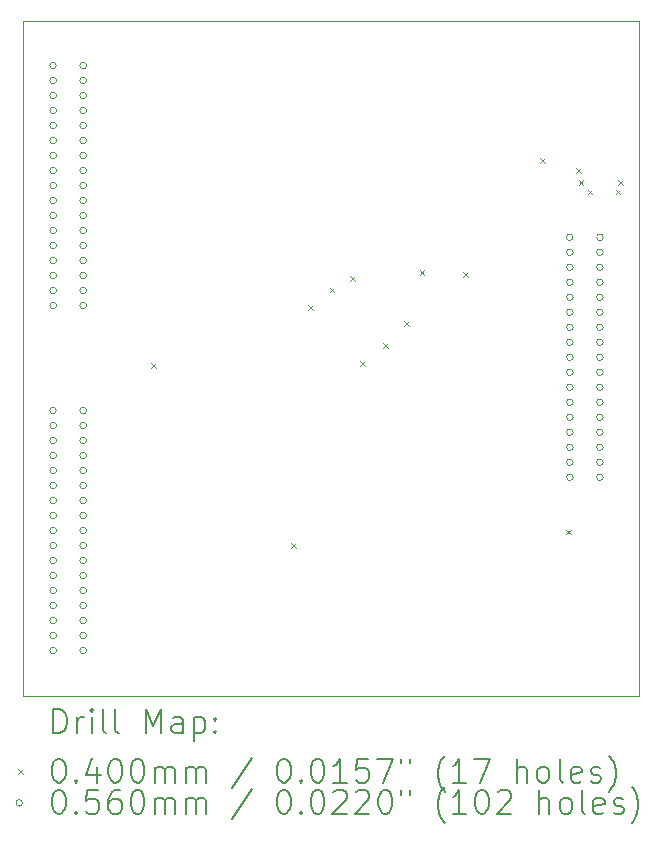
<source format=gbr>
%TF.GenerationSoftware,KiCad,Pcbnew,7.0.7*%
%TF.CreationDate,2023-09-12T10:02:18-04:00*%
%TF.ProjectId,Heater_North_DCT_HSK,48656174-6572-45f4-9e6f-7274685f4443,rev?*%
%TF.SameCoordinates,Original*%
%TF.FileFunction,Drillmap*%
%TF.FilePolarity,Positive*%
%FSLAX45Y45*%
G04 Gerber Fmt 4.5, Leading zero omitted, Abs format (unit mm)*
G04 Created by KiCad (PCBNEW 7.0.7) date 2023-09-12 10:02:18*
%MOMM*%
%LPD*%
G01*
G04 APERTURE LIST*
%ADD10C,0.100000*%
%ADD11C,0.200000*%
%ADD12C,0.040000*%
%ADD13C,0.056000*%
G04 APERTURE END LIST*
D10*
X9144000Y-4699000D02*
X14358000Y-4699000D01*
X14358000Y-10414000D01*
X9144000Y-10414000D01*
X9144000Y-4699000D01*
D11*
D12*
X10230000Y-7600000D02*
X10270000Y-7640000D01*
X10270000Y-7600000D02*
X10230000Y-7640000D01*
X11410000Y-9124000D02*
X11450000Y-9164000D01*
X11450000Y-9124000D02*
X11410000Y-9164000D01*
X11560000Y-7110000D02*
X11600000Y-7150000D01*
X11600000Y-7110000D02*
X11560000Y-7150000D01*
X11740000Y-6960000D02*
X11780000Y-7000000D01*
X11780000Y-6960000D02*
X11740000Y-7000000D01*
X11910000Y-6860000D02*
X11950000Y-6900000D01*
X11950000Y-6860000D02*
X11910000Y-6900000D01*
X12000000Y-7580000D02*
X12040000Y-7620000D01*
X12040000Y-7580000D02*
X12000000Y-7620000D01*
X12190000Y-7430000D02*
X12230000Y-7470000D01*
X12230000Y-7430000D02*
X12190000Y-7470000D01*
X12370000Y-7245400D02*
X12410000Y-7285400D01*
X12410000Y-7245400D02*
X12370000Y-7285400D01*
X12500000Y-6810000D02*
X12540000Y-6850000D01*
X12540000Y-6810000D02*
X12500000Y-6850000D01*
X12870000Y-6830000D02*
X12910000Y-6870000D01*
X12910000Y-6830000D02*
X12870000Y-6870000D01*
X13518200Y-5863650D02*
X13558200Y-5903650D01*
X13558200Y-5863650D02*
X13518200Y-5903650D01*
X13740000Y-9010000D02*
X13780000Y-9050000D01*
X13780000Y-9010000D02*
X13740000Y-9050000D01*
X13823000Y-5949000D02*
X13863000Y-5989000D01*
X13863000Y-5949000D02*
X13823000Y-5989000D01*
X13846977Y-6049372D02*
X13886977Y-6089372D01*
X13886977Y-6049372D02*
X13846977Y-6089372D01*
X13922666Y-6130000D02*
X13962666Y-6170000D01*
X13962666Y-6130000D02*
X13922666Y-6170000D01*
X14160000Y-6130000D02*
X14200000Y-6170000D01*
X14200000Y-6130000D02*
X14160000Y-6170000D01*
X14184650Y-6049372D02*
X14224650Y-6089372D01*
X14224650Y-6049372D02*
X14184650Y-6089372D01*
D13*
X9424984Y-5080000D02*
G75*
G03*
X9424984Y-5080000I-28000J0D01*
G01*
X9424984Y-8001000D02*
G75*
G03*
X9424984Y-8001000I-28000J0D01*
G01*
X9426000Y-5207000D02*
G75*
G03*
X9426000Y-5207000I-28000J0D01*
G01*
X9426000Y-5334000D02*
G75*
G03*
X9426000Y-5334000I-28000J0D01*
G01*
X9426000Y-5461000D02*
G75*
G03*
X9426000Y-5461000I-28000J0D01*
G01*
X9426000Y-5588000D02*
G75*
G03*
X9426000Y-5588000I-28000J0D01*
G01*
X9426000Y-5715000D02*
G75*
G03*
X9426000Y-5715000I-28000J0D01*
G01*
X9426000Y-5842000D02*
G75*
G03*
X9426000Y-5842000I-28000J0D01*
G01*
X9426000Y-5969000D02*
G75*
G03*
X9426000Y-5969000I-28000J0D01*
G01*
X9426000Y-6096000D02*
G75*
G03*
X9426000Y-6096000I-28000J0D01*
G01*
X9426000Y-6223000D02*
G75*
G03*
X9426000Y-6223000I-28000J0D01*
G01*
X9426000Y-6350000D02*
G75*
G03*
X9426000Y-6350000I-28000J0D01*
G01*
X9426000Y-6477000D02*
G75*
G03*
X9426000Y-6477000I-28000J0D01*
G01*
X9426000Y-6604000D02*
G75*
G03*
X9426000Y-6604000I-28000J0D01*
G01*
X9426000Y-6731000D02*
G75*
G03*
X9426000Y-6731000I-28000J0D01*
G01*
X9426000Y-6858000D02*
G75*
G03*
X9426000Y-6858000I-28000J0D01*
G01*
X9426000Y-6985000D02*
G75*
G03*
X9426000Y-6985000I-28000J0D01*
G01*
X9426000Y-7112000D02*
G75*
G03*
X9426000Y-7112000I-28000J0D01*
G01*
X9426000Y-8128000D02*
G75*
G03*
X9426000Y-8128000I-28000J0D01*
G01*
X9426000Y-8255000D02*
G75*
G03*
X9426000Y-8255000I-28000J0D01*
G01*
X9426000Y-8382000D02*
G75*
G03*
X9426000Y-8382000I-28000J0D01*
G01*
X9426000Y-8509000D02*
G75*
G03*
X9426000Y-8509000I-28000J0D01*
G01*
X9426000Y-8636000D02*
G75*
G03*
X9426000Y-8636000I-28000J0D01*
G01*
X9426000Y-8763000D02*
G75*
G03*
X9426000Y-8763000I-28000J0D01*
G01*
X9426000Y-8890000D02*
G75*
G03*
X9426000Y-8890000I-28000J0D01*
G01*
X9426000Y-9017000D02*
G75*
G03*
X9426000Y-9017000I-28000J0D01*
G01*
X9426000Y-9144000D02*
G75*
G03*
X9426000Y-9144000I-28000J0D01*
G01*
X9426000Y-9271000D02*
G75*
G03*
X9426000Y-9271000I-28000J0D01*
G01*
X9426000Y-9398000D02*
G75*
G03*
X9426000Y-9398000I-28000J0D01*
G01*
X9426000Y-9525000D02*
G75*
G03*
X9426000Y-9525000I-28000J0D01*
G01*
X9426000Y-9652000D02*
G75*
G03*
X9426000Y-9652000I-28000J0D01*
G01*
X9426000Y-9779000D02*
G75*
G03*
X9426000Y-9779000I-28000J0D01*
G01*
X9426000Y-9906000D02*
G75*
G03*
X9426000Y-9906000I-28000J0D01*
G01*
X9426000Y-10033000D02*
G75*
G03*
X9426000Y-10033000I-28000J0D01*
G01*
X9680000Y-5207000D02*
G75*
G03*
X9680000Y-5207000I-28000J0D01*
G01*
X9680000Y-5334000D02*
G75*
G03*
X9680000Y-5334000I-28000J0D01*
G01*
X9680000Y-5461000D02*
G75*
G03*
X9680000Y-5461000I-28000J0D01*
G01*
X9680000Y-5588000D02*
G75*
G03*
X9680000Y-5588000I-28000J0D01*
G01*
X9680000Y-5715000D02*
G75*
G03*
X9680000Y-5715000I-28000J0D01*
G01*
X9680000Y-5842000D02*
G75*
G03*
X9680000Y-5842000I-28000J0D01*
G01*
X9680000Y-5969000D02*
G75*
G03*
X9680000Y-5969000I-28000J0D01*
G01*
X9680000Y-6096000D02*
G75*
G03*
X9680000Y-6096000I-28000J0D01*
G01*
X9680000Y-6223000D02*
G75*
G03*
X9680000Y-6223000I-28000J0D01*
G01*
X9680000Y-6350000D02*
G75*
G03*
X9680000Y-6350000I-28000J0D01*
G01*
X9680000Y-6477000D02*
G75*
G03*
X9680000Y-6477000I-28000J0D01*
G01*
X9680000Y-6604000D02*
G75*
G03*
X9680000Y-6604000I-28000J0D01*
G01*
X9680000Y-6731000D02*
G75*
G03*
X9680000Y-6731000I-28000J0D01*
G01*
X9680000Y-6858000D02*
G75*
G03*
X9680000Y-6858000I-28000J0D01*
G01*
X9680000Y-6985000D02*
G75*
G03*
X9680000Y-6985000I-28000J0D01*
G01*
X9680000Y-7112000D02*
G75*
G03*
X9680000Y-7112000I-28000J0D01*
G01*
X9680000Y-8128000D02*
G75*
G03*
X9680000Y-8128000I-28000J0D01*
G01*
X9680000Y-8255000D02*
G75*
G03*
X9680000Y-8255000I-28000J0D01*
G01*
X9680000Y-8382000D02*
G75*
G03*
X9680000Y-8382000I-28000J0D01*
G01*
X9680000Y-8509000D02*
G75*
G03*
X9680000Y-8509000I-28000J0D01*
G01*
X9680000Y-8636000D02*
G75*
G03*
X9680000Y-8636000I-28000J0D01*
G01*
X9680000Y-8763000D02*
G75*
G03*
X9680000Y-8763000I-28000J0D01*
G01*
X9680000Y-8890000D02*
G75*
G03*
X9680000Y-8890000I-28000J0D01*
G01*
X9680000Y-9017000D02*
G75*
G03*
X9680000Y-9017000I-28000J0D01*
G01*
X9680000Y-9144000D02*
G75*
G03*
X9680000Y-9144000I-28000J0D01*
G01*
X9680000Y-9271000D02*
G75*
G03*
X9680000Y-9271000I-28000J0D01*
G01*
X9680000Y-9398000D02*
G75*
G03*
X9680000Y-9398000I-28000J0D01*
G01*
X9680000Y-9525000D02*
G75*
G03*
X9680000Y-9525000I-28000J0D01*
G01*
X9680000Y-9652000D02*
G75*
G03*
X9680000Y-9652000I-28000J0D01*
G01*
X9680000Y-9779000D02*
G75*
G03*
X9680000Y-9779000I-28000J0D01*
G01*
X9680000Y-9906000D02*
G75*
G03*
X9680000Y-9906000I-28000J0D01*
G01*
X9680000Y-10033000D02*
G75*
G03*
X9680000Y-10033000I-28000J0D01*
G01*
X9681016Y-5080000D02*
G75*
G03*
X9681016Y-5080000I-28000J0D01*
G01*
X9681016Y-8001000D02*
G75*
G03*
X9681016Y-8001000I-28000J0D01*
G01*
X13799984Y-6534000D02*
G75*
G03*
X13799984Y-6534000I-28000J0D01*
G01*
X13801000Y-6661000D02*
G75*
G03*
X13801000Y-6661000I-28000J0D01*
G01*
X13801000Y-6788000D02*
G75*
G03*
X13801000Y-6788000I-28000J0D01*
G01*
X13801000Y-6915000D02*
G75*
G03*
X13801000Y-6915000I-28000J0D01*
G01*
X13801000Y-7042000D02*
G75*
G03*
X13801000Y-7042000I-28000J0D01*
G01*
X13801000Y-7169000D02*
G75*
G03*
X13801000Y-7169000I-28000J0D01*
G01*
X13801000Y-7296000D02*
G75*
G03*
X13801000Y-7296000I-28000J0D01*
G01*
X13801000Y-7423000D02*
G75*
G03*
X13801000Y-7423000I-28000J0D01*
G01*
X13801000Y-7550000D02*
G75*
G03*
X13801000Y-7550000I-28000J0D01*
G01*
X13801000Y-7677000D02*
G75*
G03*
X13801000Y-7677000I-28000J0D01*
G01*
X13801000Y-7804000D02*
G75*
G03*
X13801000Y-7804000I-28000J0D01*
G01*
X13801000Y-7931000D02*
G75*
G03*
X13801000Y-7931000I-28000J0D01*
G01*
X13801000Y-8058000D02*
G75*
G03*
X13801000Y-8058000I-28000J0D01*
G01*
X13801000Y-8185000D02*
G75*
G03*
X13801000Y-8185000I-28000J0D01*
G01*
X13801000Y-8312000D02*
G75*
G03*
X13801000Y-8312000I-28000J0D01*
G01*
X13801000Y-8439000D02*
G75*
G03*
X13801000Y-8439000I-28000J0D01*
G01*
X13801000Y-8566000D02*
G75*
G03*
X13801000Y-8566000I-28000J0D01*
G01*
X14055000Y-6661000D02*
G75*
G03*
X14055000Y-6661000I-28000J0D01*
G01*
X14055000Y-6788000D02*
G75*
G03*
X14055000Y-6788000I-28000J0D01*
G01*
X14055000Y-6915000D02*
G75*
G03*
X14055000Y-6915000I-28000J0D01*
G01*
X14055000Y-7042000D02*
G75*
G03*
X14055000Y-7042000I-28000J0D01*
G01*
X14055000Y-7169000D02*
G75*
G03*
X14055000Y-7169000I-28000J0D01*
G01*
X14055000Y-7296000D02*
G75*
G03*
X14055000Y-7296000I-28000J0D01*
G01*
X14055000Y-7423000D02*
G75*
G03*
X14055000Y-7423000I-28000J0D01*
G01*
X14055000Y-7550000D02*
G75*
G03*
X14055000Y-7550000I-28000J0D01*
G01*
X14055000Y-7677000D02*
G75*
G03*
X14055000Y-7677000I-28000J0D01*
G01*
X14055000Y-7804000D02*
G75*
G03*
X14055000Y-7804000I-28000J0D01*
G01*
X14055000Y-7931000D02*
G75*
G03*
X14055000Y-7931000I-28000J0D01*
G01*
X14055000Y-8058000D02*
G75*
G03*
X14055000Y-8058000I-28000J0D01*
G01*
X14055000Y-8185000D02*
G75*
G03*
X14055000Y-8185000I-28000J0D01*
G01*
X14055000Y-8312000D02*
G75*
G03*
X14055000Y-8312000I-28000J0D01*
G01*
X14055000Y-8439000D02*
G75*
G03*
X14055000Y-8439000I-28000J0D01*
G01*
X14055000Y-8566000D02*
G75*
G03*
X14055000Y-8566000I-28000J0D01*
G01*
X14056016Y-6534000D02*
G75*
G03*
X14056016Y-6534000I-28000J0D01*
G01*
D11*
X9399777Y-10730484D02*
X9399777Y-10530484D01*
X9399777Y-10530484D02*
X9447396Y-10530484D01*
X9447396Y-10530484D02*
X9475967Y-10540008D01*
X9475967Y-10540008D02*
X9495015Y-10559055D01*
X9495015Y-10559055D02*
X9504539Y-10578103D01*
X9504539Y-10578103D02*
X9514063Y-10616198D01*
X9514063Y-10616198D02*
X9514063Y-10644770D01*
X9514063Y-10644770D02*
X9504539Y-10682865D01*
X9504539Y-10682865D02*
X9495015Y-10701912D01*
X9495015Y-10701912D02*
X9475967Y-10720960D01*
X9475967Y-10720960D02*
X9447396Y-10730484D01*
X9447396Y-10730484D02*
X9399777Y-10730484D01*
X9599777Y-10730484D02*
X9599777Y-10597150D01*
X9599777Y-10635246D02*
X9609301Y-10616198D01*
X9609301Y-10616198D02*
X9618824Y-10606674D01*
X9618824Y-10606674D02*
X9637872Y-10597150D01*
X9637872Y-10597150D02*
X9656920Y-10597150D01*
X9723586Y-10730484D02*
X9723586Y-10597150D01*
X9723586Y-10530484D02*
X9714063Y-10540008D01*
X9714063Y-10540008D02*
X9723586Y-10549531D01*
X9723586Y-10549531D02*
X9733110Y-10540008D01*
X9733110Y-10540008D02*
X9723586Y-10530484D01*
X9723586Y-10530484D02*
X9723586Y-10549531D01*
X9847396Y-10730484D02*
X9828348Y-10720960D01*
X9828348Y-10720960D02*
X9818824Y-10701912D01*
X9818824Y-10701912D02*
X9818824Y-10530484D01*
X9952158Y-10730484D02*
X9933110Y-10720960D01*
X9933110Y-10720960D02*
X9923586Y-10701912D01*
X9923586Y-10701912D02*
X9923586Y-10530484D01*
X10180729Y-10730484D02*
X10180729Y-10530484D01*
X10180729Y-10530484D02*
X10247396Y-10673341D01*
X10247396Y-10673341D02*
X10314063Y-10530484D01*
X10314063Y-10530484D02*
X10314063Y-10730484D01*
X10495015Y-10730484D02*
X10495015Y-10625722D01*
X10495015Y-10625722D02*
X10485491Y-10606674D01*
X10485491Y-10606674D02*
X10466444Y-10597150D01*
X10466444Y-10597150D02*
X10428348Y-10597150D01*
X10428348Y-10597150D02*
X10409301Y-10606674D01*
X10495015Y-10720960D02*
X10475967Y-10730484D01*
X10475967Y-10730484D02*
X10428348Y-10730484D01*
X10428348Y-10730484D02*
X10409301Y-10720960D01*
X10409301Y-10720960D02*
X10399777Y-10701912D01*
X10399777Y-10701912D02*
X10399777Y-10682865D01*
X10399777Y-10682865D02*
X10409301Y-10663817D01*
X10409301Y-10663817D02*
X10428348Y-10654293D01*
X10428348Y-10654293D02*
X10475967Y-10654293D01*
X10475967Y-10654293D02*
X10495015Y-10644770D01*
X10590253Y-10597150D02*
X10590253Y-10797150D01*
X10590253Y-10606674D02*
X10609301Y-10597150D01*
X10609301Y-10597150D02*
X10647396Y-10597150D01*
X10647396Y-10597150D02*
X10666444Y-10606674D01*
X10666444Y-10606674D02*
X10675967Y-10616198D01*
X10675967Y-10616198D02*
X10685491Y-10635246D01*
X10685491Y-10635246D02*
X10685491Y-10692389D01*
X10685491Y-10692389D02*
X10675967Y-10711436D01*
X10675967Y-10711436D02*
X10666444Y-10720960D01*
X10666444Y-10720960D02*
X10647396Y-10730484D01*
X10647396Y-10730484D02*
X10609301Y-10730484D01*
X10609301Y-10730484D02*
X10590253Y-10720960D01*
X10771205Y-10711436D02*
X10780729Y-10720960D01*
X10780729Y-10720960D02*
X10771205Y-10730484D01*
X10771205Y-10730484D02*
X10761682Y-10720960D01*
X10761682Y-10720960D02*
X10771205Y-10711436D01*
X10771205Y-10711436D02*
X10771205Y-10730484D01*
X10771205Y-10606674D02*
X10780729Y-10616198D01*
X10780729Y-10616198D02*
X10771205Y-10625722D01*
X10771205Y-10625722D02*
X10761682Y-10616198D01*
X10761682Y-10616198D02*
X10771205Y-10606674D01*
X10771205Y-10606674D02*
X10771205Y-10625722D01*
D12*
X9099000Y-11039000D02*
X9139000Y-11079000D01*
X9139000Y-11039000D02*
X9099000Y-11079000D01*
D11*
X9437872Y-10950484D02*
X9456920Y-10950484D01*
X9456920Y-10950484D02*
X9475967Y-10960008D01*
X9475967Y-10960008D02*
X9485491Y-10969531D01*
X9485491Y-10969531D02*
X9495015Y-10988579D01*
X9495015Y-10988579D02*
X9504539Y-11026674D01*
X9504539Y-11026674D02*
X9504539Y-11074293D01*
X9504539Y-11074293D02*
X9495015Y-11112389D01*
X9495015Y-11112389D02*
X9485491Y-11131436D01*
X9485491Y-11131436D02*
X9475967Y-11140960D01*
X9475967Y-11140960D02*
X9456920Y-11150484D01*
X9456920Y-11150484D02*
X9437872Y-11150484D01*
X9437872Y-11150484D02*
X9418824Y-11140960D01*
X9418824Y-11140960D02*
X9409301Y-11131436D01*
X9409301Y-11131436D02*
X9399777Y-11112389D01*
X9399777Y-11112389D02*
X9390253Y-11074293D01*
X9390253Y-11074293D02*
X9390253Y-11026674D01*
X9390253Y-11026674D02*
X9399777Y-10988579D01*
X9399777Y-10988579D02*
X9409301Y-10969531D01*
X9409301Y-10969531D02*
X9418824Y-10960008D01*
X9418824Y-10960008D02*
X9437872Y-10950484D01*
X9590253Y-11131436D02*
X9599777Y-11140960D01*
X9599777Y-11140960D02*
X9590253Y-11150484D01*
X9590253Y-11150484D02*
X9580729Y-11140960D01*
X9580729Y-11140960D02*
X9590253Y-11131436D01*
X9590253Y-11131436D02*
X9590253Y-11150484D01*
X9771205Y-11017150D02*
X9771205Y-11150484D01*
X9723586Y-10940960D02*
X9675967Y-11083817D01*
X9675967Y-11083817D02*
X9799777Y-11083817D01*
X9914063Y-10950484D02*
X9933110Y-10950484D01*
X9933110Y-10950484D02*
X9952158Y-10960008D01*
X9952158Y-10960008D02*
X9961682Y-10969531D01*
X9961682Y-10969531D02*
X9971205Y-10988579D01*
X9971205Y-10988579D02*
X9980729Y-11026674D01*
X9980729Y-11026674D02*
X9980729Y-11074293D01*
X9980729Y-11074293D02*
X9971205Y-11112389D01*
X9971205Y-11112389D02*
X9961682Y-11131436D01*
X9961682Y-11131436D02*
X9952158Y-11140960D01*
X9952158Y-11140960D02*
X9933110Y-11150484D01*
X9933110Y-11150484D02*
X9914063Y-11150484D01*
X9914063Y-11150484D02*
X9895015Y-11140960D01*
X9895015Y-11140960D02*
X9885491Y-11131436D01*
X9885491Y-11131436D02*
X9875967Y-11112389D01*
X9875967Y-11112389D02*
X9866444Y-11074293D01*
X9866444Y-11074293D02*
X9866444Y-11026674D01*
X9866444Y-11026674D02*
X9875967Y-10988579D01*
X9875967Y-10988579D02*
X9885491Y-10969531D01*
X9885491Y-10969531D02*
X9895015Y-10960008D01*
X9895015Y-10960008D02*
X9914063Y-10950484D01*
X10104539Y-10950484D02*
X10123586Y-10950484D01*
X10123586Y-10950484D02*
X10142634Y-10960008D01*
X10142634Y-10960008D02*
X10152158Y-10969531D01*
X10152158Y-10969531D02*
X10161682Y-10988579D01*
X10161682Y-10988579D02*
X10171205Y-11026674D01*
X10171205Y-11026674D02*
X10171205Y-11074293D01*
X10171205Y-11074293D02*
X10161682Y-11112389D01*
X10161682Y-11112389D02*
X10152158Y-11131436D01*
X10152158Y-11131436D02*
X10142634Y-11140960D01*
X10142634Y-11140960D02*
X10123586Y-11150484D01*
X10123586Y-11150484D02*
X10104539Y-11150484D01*
X10104539Y-11150484D02*
X10085491Y-11140960D01*
X10085491Y-11140960D02*
X10075967Y-11131436D01*
X10075967Y-11131436D02*
X10066444Y-11112389D01*
X10066444Y-11112389D02*
X10056920Y-11074293D01*
X10056920Y-11074293D02*
X10056920Y-11026674D01*
X10056920Y-11026674D02*
X10066444Y-10988579D01*
X10066444Y-10988579D02*
X10075967Y-10969531D01*
X10075967Y-10969531D02*
X10085491Y-10960008D01*
X10085491Y-10960008D02*
X10104539Y-10950484D01*
X10256920Y-11150484D02*
X10256920Y-11017150D01*
X10256920Y-11036198D02*
X10266444Y-11026674D01*
X10266444Y-11026674D02*
X10285491Y-11017150D01*
X10285491Y-11017150D02*
X10314063Y-11017150D01*
X10314063Y-11017150D02*
X10333110Y-11026674D01*
X10333110Y-11026674D02*
X10342634Y-11045722D01*
X10342634Y-11045722D02*
X10342634Y-11150484D01*
X10342634Y-11045722D02*
X10352158Y-11026674D01*
X10352158Y-11026674D02*
X10371205Y-11017150D01*
X10371205Y-11017150D02*
X10399777Y-11017150D01*
X10399777Y-11017150D02*
X10418825Y-11026674D01*
X10418825Y-11026674D02*
X10428348Y-11045722D01*
X10428348Y-11045722D02*
X10428348Y-11150484D01*
X10523586Y-11150484D02*
X10523586Y-11017150D01*
X10523586Y-11036198D02*
X10533110Y-11026674D01*
X10533110Y-11026674D02*
X10552158Y-11017150D01*
X10552158Y-11017150D02*
X10580729Y-11017150D01*
X10580729Y-11017150D02*
X10599777Y-11026674D01*
X10599777Y-11026674D02*
X10609301Y-11045722D01*
X10609301Y-11045722D02*
X10609301Y-11150484D01*
X10609301Y-11045722D02*
X10618825Y-11026674D01*
X10618825Y-11026674D02*
X10637872Y-11017150D01*
X10637872Y-11017150D02*
X10666444Y-11017150D01*
X10666444Y-11017150D02*
X10685491Y-11026674D01*
X10685491Y-11026674D02*
X10695015Y-11045722D01*
X10695015Y-11045722D02*
X10695015Y-11150484D01*
X11085491Y-10940960D02*
X10914063Y-11198103D01*
X11342634Y-10950484D02*
X11361682Y-10950484D01*
X11361682Y-10950484D02*
X11380729Y-10960008D01*
X11380729Y-10960008D02*
X11390253Y-10969531D01*
X11390253Y-10969531D02*
X11399777Y-10988579D01*
X11399777Y-10988579D02*
X11409301Y-11026674D01*
X11409301Y-11026674D02*
X11409301Y-11074293D01*
X11409301Y-11074293D02*
X11399777Y-11112389D01*
X11399777Y-11112389D02*
X11390253Y-11131436D01*
X11390253Y-11131436D02*
X11380729Y-11140960D01*
X11380729Y-11140960D02*
X11361682Y-11150484D01*
X11361682Y-11150484D02*
X11342634Y-11150484D01*
X11342634Y-11150484D02*
X11323586Y-11140960D01*
X11323586Y-11140960D02*
X11314063Y-11131436D01*
X11314063Y-11131436D02*
X11304539Y-11112389D01*
X11304539Y-11112389D02*
X11295015Y-11074293D01*
X11295015Y-11074293D02*
X11295015Y-11026674D01*
X11295015Y-11026674D02*
X11304539Y-10988579D01*
X11304539Y-10988579D02*
X11314063Y-10969531D01*
X11314063Y-10969531D02*
X11323586Y-10960008D01*
X11323586Y-10960008D02*
X11342634Y-10950484D01*
X11495015Y-11131436D02*
X11504539Y-11140960D01*
X11504539Y-11140960D02*
X11495015Y-11150484D01*
X11495015Y-11150484D02*
X11485491Y-11140960D01*
X11485491Y-11140960D02*
X11495015Y-11131436D01*
X11495015Y-11131436D02*
X11495015Y-11150484D01*
X11628348Y-10950484D02*
X11647396Y-10950484D01*
X11647396Y-10950484D02*
X11666444Y-10960008D01*
X11666444Y-10960008D02*
X11675967Y-10969531D01*
X11675967Y-10969531D02*
X11685491Y-10988579D01*
X11685491Y-10988579D02*
X11695015Y-11026674D01*
X11695015Y-11026674D02*
X11695015Y-11074293D01*
X11695015Y-11074293D02*
X11685491Y-11112389D01*
X11685491Y-11112389D02*
X11675967Y-11131436D01*
X11675967Y-11131436D02*
X11666444Y-11140960D01*
X11666444Y-11140960D02*
X11647396Y-11150484D01*
X11647396Y-11150484D02*
X11628348Y-11150484D01*
X11628348Y-11150484D02*
X11609301Y-11140960D01*
X11609301Y-11140960D02*
X11599777Y-11131436D01*
X11599777Y-11131436D02*
X11590253Y-11112389D01*
X11590253Y-11112389D02*
X11580729Y-11074293D01*
X11580729Y-11074293D02*
X11580729Y-11026674D01*
X11580729Y-11026674D02*
X11590253Y-10988579D01*
X11590253Y-10988579D02*
X11599777Y-10969531D01*
X11599777Y-10969531D02*
X11609301Y-10960008D01*
X11609301Y-10960008D02*
X11628348Y-10950484D01*
X11885491Y-11150484D02*
X11771206Y-11150484D01*
X11828348Y-11150484D02*
X11828348Y-10950484D01*
X11828348Y-10950484D02*
X11809301Y-10979055D01*
X11809301Y-10979055D02*
X11790253Y-10998103D01*
X11790253Y-10998103D02*
X11771206Y-11007627D01*
X12066444Y-10950484D02*
X11971206Y-10950484D01*
X11971206Y-10950484D02*
X11961682Y-11045722D01*
X11961682Y-11045722D02*
X11971206Y-11036198D01*
X11971206Y-11036198D02*
X11990253Y-11026674D01*
X11990253Y-11026674D02*
X12037872Y-11026674D01*
X12037872Y-11026674D02*
X12056920Y-11036198D01*
X12056920Y-11036198D02*
X12066444Y-11045722D01*
X12066444Y-11045722D02*
X12075967Y-11064770D01*
X12075967Y-11064770D02*
X12075967Y-11112389D01*
X12075967Y-11112389D02*
X12066444Y-11131436D01*
X12066444Y-11131436D02*
X12056920Y-11140960D01*
X12056920Y-11140960D02*
X12037872Y-11150484D01*
X12037872Y-11150484D02*
X11990253Y-11150484D01*
X11990253Y-11150484D02*
X11971206Y-11140960D01*
X11971206Y-11140960D02*
X11961682Y-11131436D01*
X12142634Y-10950484D02*
X12275967Y-10950484D01*
X12275967Y-10950484D02*
X12190253Y-11150484D01*
X12342634Y-10950484D02*
X12342634Y-10988579D01*
X12418825Y-10950484D02*
X12418825Y-10988579D01*
X12714063Y-11226674D02*
X12704539Y-11217150D01*
X12704539Y-11217150D02*
X12685491Y-11188579D01*
X12685491Y-11188579D02*
X12675968Y-11169531D01*
X12675968Y-11169531D02*
X12666444Y-11140960D01*
X12666444Y-11140960D02*
X12656920Y-11093341D01*
X12656920Y-11093341D02*
X12656920Y-11055246D01*
X12656920Y-11055246D02*
X12666444Y-11007627D01*
X12666444Y-11007627D02*
X12675968Y-10979055D01*
X12675968Y-10979055D02*
X12685491Y-10960008D01*
X12685491Y-10960008D02*
X12704539Y-10931436D01*
X12704539Y-10931436D02*
X12714063Y-10921912D01*
X12895015Y-11150484D02*
X12780729Y-11150484D01*
X12837872Y-11150484D02*
X12837872Y-10950484D01*
X12837872Y-10950484D02*
X12818825Y-10979055D01*
X12818825Y-10979055D02*
X12799777Y-10998103D01*
X12799777Y-10998103D02*
X12780729Y-11007627D01*
X12961682Y-10950484D02*
X13095015Y-10950484D01*
X13095015Y-10950484D02*
X13009301Y-11150484D01*
X13323587Y-11150484D02*
X13323587Y-10950484D01*
X13409301Y-11150484D02*
X13409301Y-11045722D01*
X13409301Y-11045722D02*
X13399777Y-11026674D01*
X13399777Y-11026674D02*
X13380730Y-11017150D01*
X13380730Y-11017150D02*
X13352158Y-11017150D01*
X13352158Y-11017150D02*
X13333110Y-11026674D01*
X13333110Y-11026674D02*
X13323587Y-11036198D01*
X13533110Y-11150484D02*
X13514063Y-11140960D01*
X13514063Y-11140960D02*
X13504539Y-11131436D01*
X13504539Y-11131436D02*
X13495015Y-11112389D01*
X13495015Y-11112389D02*
X13495015Y-11055246D01*
X13495015Y-11055246D02*
X13504539Y-11036198D01*
X13504539Y-11036198D02*
X13514063Y-11026674D01*
X13514063Y-11026674D02*
X13533110Y-11017150D01*
X13533110Y-11017150D02*
X13561682Y-11017150D01*
X13561682Y-11017150D02*
X13580730Y-11026674D01*
X13580730Y-11026674D02*
X13590253Y-11036198D01*
X13590253Y-11036198D02*
X13599777Y-11055246D01*
X13599777Y-11055246D02*
X13599777Y-11112389D01*
X13599777Y-11112389D02*
X13590253Y-11131436D01*
X13590253Y-11131436D02*
X13580730Y-11140960D01*
X13580730Y-11140960D02*
X13561682Y-11150484D01*
X13561682Y-11150484D02*
X13533110Y-11150484D01*
X13714063Y-11150484D02*
X13695015Y-11140960D01*
X13695015Y-11140960D02*
X13685491Y-11121912D01*
X13685491Y-11121912D02*
X13685491Y-10950484D01*
X13866444Y-11140960D02*
X13847396Y-11150484D01*
X13847396Y-11150484D02*
X13809301Y-11150484D01*
X13809301Y-11150484D02*
X13790253Y-11140960D01*
X13790253Y-11140960D02*
X13780730Y-11121912D01*
X13780730Y-11121912D02*
X13780730Y-11045722D01*
X13780730Y-11045722D02*
X13790253Y-11026674D01*
X13790253Y-11026674D02*
X13809301Y-11017150D01*
X13809301Y-11017150D02*
X13847396Y-11017150D01*
X13847396Y-11017150D02*
X13866444Y-11026674D01*
X13866444Y-11026674D02*
X13875968Y-11045722D01*
X13875968Y-11045722D02*
X13875968Y-11064770D01*
X13875968Y-11064770D02*
X13780730Y-11083817D01*
X13952158Y-11140960D02*
X13971206Y-11150484D01*
X13971206Y-11150484D02*
X14009301Y-11150484D01*
X14009301Y-11150484D02*
X14028349Y-11140960D01*
X14028349Y-11140960D02*
X14037872Y-11121912D01*
X14037872Y-11121912D02*
X14037872Y-11112389D01*
X14037872Y-11112389D02*
X14028349Y-11093341D01*
X14028349Y-11093341D02*
X14009301Y-11083817D01*
X14009301Y-11083817D02*
X13980730Y-11083817D01*
X13980730Y-11083817D02*
X13961682Y-11074293D01*
X13961682Y-11074293D02*
X13952158Y-11055246D01*
X13952158Y-11055246D02*
X13952158Y-11045722D01*
X13952158Y-11045722D02*
X13961682Y-11026674D01*
X13961682Y-11026674D02*
X13980730Y-11017150D01*
X13980730Y-11017150D02*
X14009301Y-11017150D01*
X14009301Y-11017150D02*
X14028349Y-11026674D01*
X14104539Y-11226674D02*
X14114063Y-11217150D01*
X14114063Y-11217150D02*
X14133111Y-11188579D01*
X14133111Y-11188579D02*
X14142634Y-11169531D01*
X14142634Y-11169531D02*
X14152158Y-11140960D01*
X14152158Y-11140960D02*
X14161682Y-11093341D01*
X14161682Y-11093341D02*
X14161682Y-11055246D01*
X14161682Y-11055246D02*
X14152158Y-11007627D01*
X14152158Y-11007627D02*
X14142634Y-10979055D01*
X14142634Y-10979055D02*
X14133111Y-10960008D01*
X14133111Y-10960008D02*
X14114063Y-10931436D01*
X14114063Y-10931436D02*
X14104539Y-10921912D01*
D13*
X9139000Y-11323000D02*
G75*
G03*
X9139000Y-11323000I-28000J0D01*
G01*
D11*
X9437872Y-11214484D02*
X9456920Y-11214484D01*
X9456920Y-11214484D02*
X9475967Y-11224008D01*
X9475967Y-11224008D02*
X9485491Y-11233531D01*
X9485491Y-11233531D02*
X9495015Y-11252579D01*
X9495015Y-11252579D02*
X9504539Y-11290674D01*
X9504539Y-11290674D02*
X9504539Y-11338293D01*
X9504539Y-11338293D02*
X9495015Y-11376388D01*
X9495015Y-11376388D02*
X9485491Y-11395436D01*
X9485491Y-11395436D02*
X9475967Y-11404960D01*
X9475967Y-11404960D02*
X9456920Y-11414484D01*
X9456920Y-11414484D02*
X9437872Y-11414484D01*
X9437872Y-11414484D02*
X9418824Y-11404960D01*
X9418824Y-11404960D02*
X9409301Y-11395436D01*
X9409301Y-11395436D02*
X9399777Y-11376388D01*
X9399777Y-11376388D02*
X9390253Y-11338293D01*
X9390253Y-11338293D02*
X9390253Y-11290674D01*
X9390253Y-11290674D02*
X9399777Y-11252579D01*
X9399777Y-11252579D02*
X9409301Y-11233531D01*
X9409301Y-11233531D02*
X9418824Y-11224008D01*
X9418824Y-11224008D02*
X9437872Y-11214484D01*
X9590253Y-11395436D02*
X9599777Y-11404960D01*
X9599777Y-11404960D02*
X9590253Y-11414484D01*
X9590253Y-11414484D02*
X9580729Y-11404960D01*
X9580729Y-11404960D02*
X9590253Y-11395436D01*
X9590253Y-11395436D02*
X9590253Y-11414484D01*
X9780729Y-11214484D02*
X9685491Y-11214484D01*
X9685491Y-11214484D02*
X9675967Y-11309722D01*
X9675967Y-11309722D02*
X9685491Y-11300198D01*
X9685491Y-11300198D02*
X9704539Y-11290674D01*
X9704539Y-11290674D02*
X9752158Y-11290674D01*
X9752158Y-11290674D02*
X9771205Y-11300198D01*
X9771205Y-11300198D02*
X9780729Y-11309722D01*
X9780729Y-11309722D02*
X9790253Y-11328769D01*
X9790253Y-11328769D02*
X9790253Y-11376388D01*
X9790253Y-11376388D02*
X9780729Y-11395436D01*
X9780729Y-11395436D02*
X9771205Y-11404960D01*
X9771205Y-11404960D02*
X9752158Y-11414484D01*
X9752158Y-11414484D02*
X9704539Y-11414484D01*
X9704539Y-11414484D02*
X9685491Y-11404960D01*
X9685491Y-11404960D02*
X9675967Y-11395436D01*
X9961682Y-11214484D02*
X9923586Y-11214484D01*
X9923586Y-11214484D02*
X9904539Y-11224008D01*
X9904539Y-11224008D02*
X9895015Y-11233531D01*
X9895015Y-11233531D02*
X9875967Y-11262103D01*
X9875967Y-11262103D02*
X9866444Y-11300198D01*
X9866444Y-11300198D02*
X9866444Y-11376388D01*
X9866444Y-11376388D02*
X9875967Y-11395436D01*
X9875967Y-11395436D02*
X9885491Y-11404960D01*
X9885491Y-11404960D02*
X9904539Y-11414484D01*
X9904539Y-11414484D02*
X9942634Y-11414484D01*
X9942634Y-11414484D02*
X9961682Y-11404960D01*
X9961682Y-11404960D02*
X9971205Y-11395436D01*
X9971205Y-11395436D02*
X9980729Y-11376388D01*
X9980729Y-11376388D02*
X9980729Y-11328769D01*
X9980729Y-11328769D02*
X9971205Y-11309722D01*
X9971205Y-11309722D02*
X9961682Y-11300198D01*
X9961682Y-11300198D02*
X9942634Y-11290674D01*
X9942634Y-11290674D02*
X9904539Y-11290674D01*
X9904539Y-11290674D02*
X9885491Y-11300198D01*
X9885491Y-11300198D02*
X9875967Y-11309722D01*
X9875967Y-11309722D02*
X9866444Y-11328769D01*
X10104539Y-11214484D02*
X10123586Y-11214484D01*
X10123586Y-11214484D02*
X10142634Y-11224008D01*
X10142634Y-11224008D02*
X10152158Y-11233531D01*
X10152158Y-11233531D02*
X10161682Y-11252579D01*
X10161682Y-11252579D02*
X10171205Y-11290674D01*
X10171205Y-11290674D02*
X10171205Y-11338293D01*
X10171205Y-11338293D02*
X10161682Y-11376388D01*
X10161682Y-11376388D02*
X10152158Y-11395436D01*
X10152158Y-11395436D02*
X10142634Y-11404960D01*
X10142634Y-11404960D02*
X10123586Y-11414484D01*
X10123586Y-11414484D02*
X10104539Y-11414484D01*
X10104539Y-11414484D02*
X10085491Y-11404960D01*
X10085491Y-11404960D02*
X10075967Y-11395436D01*
X10075967Y-11395436D02*
X10066444Y-11376388D01*
X10066444Y-11376388D02*
X10056920Y-11338293D01*
X10056920Y-11338293D02*
X10056920Y-11290674D01*
X10056920Y-11290674D02*
X10066444Y-11252579D01*
X10066444Y-11252579D02*
X10075967Y-11233531D01*
X10075967Y-11233531D02*
X10085491Y-11224008D01*
X10085491Y-11224008D02*
X10104539Y-11214484D01*
X10256920Y-11414484D02*
X10256920Y-11281150D01*
X10256920Y-11300198D02*
X10266444Y-11290674D01*
X10266444Y-11290674D02*
X10285491Y-11281150D01*
X10285491Y-11281150D02*
X10314063Y-11281150D01*
X10314063Y-11281150D02*
X10333110Y-11290674D01*
X10333110Y-11290674D02*
X10342634Y-11309722D01*
X10342634Y-11309722D02*
X10342634Y-11414484D01*
X10342634Y-11309722D02*
X10352158Y-11290674D01*
X10352158Y-11290674D02*
X10371205Y-11281150D01*
X10371205Y-11281150D02*
X10399777Y-11281150D01*
X10399777Y-11281150D02*
X10418825Y-11290674D01*
X10418825Y-11290674D02*
X10428348Y-11309722D01*
X10428348Y-11309722D02*
X10428348Y-11414484D01*
X10523586Y-11414484D02*
X10523586Y-11281150D01*
X10523586Y-11300198D02*
X10533110Y-11290674D01*
X10533110Y-11290674D02*
X10552158Y-11281150D01*
X10552158Y-11281150D02*
X10580729Y-11281150D01*
X10580729Y-11281150D02*
X10599777Y-11290674D01*
X10599777Y-11290674D02*
X10609301Y-11309722D01*
X10609301Y-11309722D02*
X10609301Y-11414484D01*
X10609301Y-11309722D02*
X10618825Y-11290674D01*
X10618825Y-11290674D02*
X10637872Y-11281150D01*
X10637872Y-11281150D02*
X10666444Y-11281150D01*
X10666444Y-11281150D02*
X10685491Y-11290674D01*
X10685491Y-11290674D02*
X10695015Y-11309722D01*
X10695015Y-11309722D02*
X10695015Y-11414484D01*
X11085491Y-11204960D02*
X10914063Y-11462103D01*
X11342634Y-11214484D02*
X11361682Y-11214484D01*
X11361682Y-11214484D02*
X11380729Y-11224008D01*
X11380729Y-11224008D02*
X11390253Y-11233531D01*
X11390253Y-11233531D02*
X11399777Y-11252579D01*
X11399777Y-11252579D02*
X11409301Y-11290674D01*
X11409301Y-11290674D02*
X11409301Y-11338293D01*
X11409301Y-11338293D02*
X11399777Y-11376388D01*
X11399777Y-11376388D02*
X11390253Y-11395436D01*
X11390253Y-11395436D02*
X11380729Y-11404960D01*
X11380729Y-11404960D02*
X11361682Y-11414484D01*
X11361682Y-11414484D02*
X11342634Y-11414484D01*
X11342634Y-11414484D02*
X11323586Y-11404960D01*
X11323586Y-11404960D02*
X11314063Y-11395436D01*
X11314063Y-11395436D02*
X11304539Y-11376388D01*
X11304539Y-11376388D02*
X11295015Y-11338293D01*
X11295015Y-11338293D02*
X11295015Y-11290674D01*
X11295015Y-11290674D02*
X11304539Y-11252579D01*
X11304539Y-11252579D02*
X11314063Y-11233531D01*
X11314063Y-11233531D02*
X11323586Y-11224008D01*
X11323586Y-11224008D02*
X11342634Y-11214484D01*
X11495015Y-11395436D02*
X11504539Y-11404960D01*
X11504539Y-11404960D02*
X11495015Y-11414484D01*
X11495015Y-11414484D02*
X11485491Y-11404960D01*
X11485491Y-11404960D02*
X11495015Y-11395436D01*
X11495015Y-11395436D02*
X11495015Y-11414484D01*
X11628348Y-11214484D02*
X11647396Y-11214484D01*
X11647396Y-11214484D02*
X11666444Y-11224008D01*
X11666444Y-11224008D02*
X11675967Y-11233531D01*
X11675967Y-11233531D02*
X11685491Y-11252579D01*
X11685491Y-11252579D02*
X11695015Y-11290674D01*
X11695015Y-11290674D02*
X11695015Y-11338293D01*
X11695015Y-11338293D02*
X11685491Y-11376388D01*
X11685491Y-11376388D02*
X11675967Y-11395436D01*
X11675967Y-11395436D02*
X11666444Y-11404960D01*
X11666444Y-11404960D02*
X11647396Y-11414484D01*
X11647396Y-11414484D02*
X11628348Y-11414484D01*
X11628348Y-11414484D02*
X11609301Y-11404960D01*
X11609301Y-11404960D02*
X11599777Y-11395436D01*
X11599777Y-11395436D02*
X11590253Y-11376388D01*
X11590253Y-11376388D02*
X11580729Y-11338293D01*
X11580729Y-11338293D02*
X11580729Y-11290674D01*
X11580729Y-11290674D02*
X11590253Y-11252579D01*
X11590253Y-11252579D02*
X11599777Y-11233531D01*
X11599777Y-11233531D02*
X11609301Y-11224008D01*
X11609301Y-11224008D02*
X11628348Y-11214484D01*
X11771206Y-11233531D02*
X11780729Y-11224008D01*
X11780729Y-11224008D02*
X11799777Y-11214484D01*
X11799777Y-11214484D02*
X11847396Y-11214484D01*
X11847396Y-11214484D02*
X11866444Y-11224008D01*
X11866444Y-11224008D02*
X11875967Y-11233531D01*
X11875967Y-11233531D02*
X11885491Y-11252579D01*
X11885491Y-11252579D02*
X11885491Y-11271627D01*
X11885491Y-11271627D02*
X11875967Y-11300198D01*
X11875967Y-11300198D02*
X11761682Y-11414484D01*
X11761682Y-11414484D02*
X11885491Y-11414484D01*
X11961682Y-11233531D02*
X11971206Y-11224008D01*
X11971206Y-11224008D02*
X11990253Y-11214484D01*
X11990253Y-11214484D02*
X12037872Y-11214484D01*
X12037872Y-11214484D02*
X12056920Y-11224008D01*
X12056920Y-11224008D02*
X12066444Y-11233531D01*
X12066444Y-11233531D02*
X12075967Y-11252579D01*
X12075967Y-11252579D02*
X12075967Y-11271627D01*
X12075967Y-11271627D02*
X12066444Y-11300198D01*
X12066444Y-11300198D02*
X11952158Y-11414484D01*
X11952158Y-11414484D02*
X12075967Y-11414484D01*
X12199777Y-11214484D02*
X12218825Y-11214484D01*
X12218825Y-11214484D02*
X12237872Y-11224008D01*
X12237872Y-11224008D02*
X12247396Y-11233531D01*
X12247396Y-11233531D02*
X12256920Y-11252579D01*
X12256920Y-11252579D02*
X12266444Y-11290674D01*
X12266444Y-11290674D02*
X12266444Y-11338293D01*
X12266444Y-11338293D02*
X12256920Y-11376388D01*
X12256920Y-11376388D02*
X12247396Y-11395436D01*
X12247396Y-11395436D02*
X12237872Y-11404960D01*
X12237872Y-11404960D02*
X12218825Y-11414484D01*
X12218825Y-11414484D02*
X12199777Y-11414484D01*
X12199777Y-11414484D02*
X12180729Y-11404960D01*
X12180729Y-11404960D02*
X12171206Y-11395436D01*
X12171206Y-11395436D02*
X12161682Y-11376388D01*
X12161682Y-11376388D02*
X12152158Y-11338293D01*
X12152158Y-11338293D02*
X12152158Y-11290674D01*
X12152158Y-11290674D02*
X12161682Y-11252579D01*
X12161682Y-11252579D02*
X12171206Y-11233531D01*
X12171206Y-11233531D02*
X12180729Y-11224008D01*
X12180729Y-11224008D02*
X12199777Y-11214484D01*
X12342634Y-11214484D02*
X12342634Y-11252579D01*
X12418825Y-11214484D02*
X12418825Y-11252579D01*
X12714063Y-11490674D02*
X12704539Y-11481150D01*
X12704539Y-11481150D02*
X12685491Y-11452579D01*
X12685491Y-11452579D02*
X12675968Y-11433531D01*
X12675968Y-11433531D02*
X12666444Y-11404960D01*
X12666444Y-11404960D02*
X12656920Y-11357341D01*
X12656920Y-11357341D02*
X12656920Y-11319246D01*
X12656920Y-11319246D02*
X12666444Y-11271627D01*
X12666444Y-11271627D02*
X12675968Y-11243055D01*
X12675968Y-11243055D02*
X12685491Y-11224008D01*
X12685491Y-11224008D02*
X12704539Y-11195436D01*
X12704539Y-11195436D02*
X12714063Y-11185912D01*
X12895015Y-11414484D02*
X12780729Y-11414484D01*
X12837872Y-11414484D02*
X12837872Y-11214484D01*
X12837872Y-11214484D02*
X12818825Y-11243055D01*
X12818825Y-11243055D02*
X12799777Y-11262103D01*
X12799777Y-11262103D02*
X12780729Y-11271627D01*
X13018825Y-11214484D02*
X13037872Y-11214484D01*
X13037872Y-11214484D02*
X13056920Y-11224008D01*
X13056920Y-11224008D02*
X13066444Y-11233531D01*
X13066444Y-11233531D02*
X13075968Y-11252579D01*
X13075968Y-11252579D02*
X13085491Y-11290674D01*
X13085491Y-11290674D02*
X13085491Y-11338293D01*
X13085491Y-11338293D02*
X13075968Y-11376388D01*
X13075968Y-11376388D02*
X13066444Y-11395436D01*
X13066444Y-11395436D02*
X13056920Y-11404960D01*
X13056920Y-11404960D02*
X13037872Y-11414484D01*
X13037872Y-11414484D02*
X13018825Y-11414484D01*
X13018825Y-11414484D02*
X12999777Y-11404960D01*
X12999777Y-11404960D02*
X12990253Y-11395436D01*
X12990253Y-11395436D02*
X12980729Y-11376388D01*
X12980729Y-11376388D02*
X12971206Y-11338293D01*
X12971206Y-11338293D02*
X12971206Y-11290674D01*
X12971206Y-11290674D02*
X12980729Y-11252579D01*
X12980729Y-11252579D02*
X12990253Y-11233531D01*
X12990253Y-11233531D02*
X12999777Y-11224008D01*
X12999777Y-11224008D02*
X13018825Y-11214484D01*
X13161682Y-11233531D02*
X13171206Y-11224008D01*
X13171206Y-11224008D02*
X13190253Y-11214484D01*
X13190253Y-11214484D02*
X13237872Y-11214484D01*
X13237872Y-11214484D02*
X13256920Y-11224008D01*
X13256920Y-11224008D02*
X13266444Y-11233531D01*
X13266444Y-11233531D02*
X13275968Y-11252579D01*
X13275968Y-11252579D02*
X13275968Y-11271627D01*
X13275968Y-11271627D02*
X13266444Y-11300198D01*
X13266444Y-11300198D02*
X13152158Y-11414484D01*
X13152158Y-11414484D02*
X13275968Y-11414484D01*
X13514063Y-11414484D02*
X13514063Y-11214484D01*
X13599777Y-11414484D02*
X13599777Y-11309722D01*
X13599777Y-11309722D02*
X13590253Y-11290674D01*
X13590253Y-11290674D02*
X13571206Y-11281150D01*
X13571206Y-11281150D02*
X13542634Y-11281150D01*
X13542634Y-11281150D02*
X13523587Y-11290674D01*
X13523587Y-11290674D02*
X13514063Y-11300198D01*
X13723587Y-11414484D02*
X13704539Y-11404960D01*
X13704539Y-11404960D02*
X13695015Y-11395436D01*
X13695015Y-11395436D02*
X13685491Y-11376388D01*
X13685491Y-11376388D02*
X13685491Y-11319246D01*
X13685491Y-11319246D02*
X13695015Y-11300198D01*
X13695015Y-11300198D02*
X13704539Y-11290674D01*
X13704539Y-11290674D02*
X13723587Y-11281150D01*
X13723587Y-11281150D02*
X13752158Y-11281150D01*
X13752158Y-11281150D02*
X13771206Y-11290674D01*
X13771206Y-11290674D02*
X13780730Y-11300198D01*
X13780730Y-11300198D02*
X13790253Y-11319246D01*
X13790253Y-11319246D02*
X13790253Y-11376388D01*
X13790253Y-11376388D02*
X13780730Y-11395436D01*
X13780730Y-11395436D02*
X13771206Y-11404960D01*
X13771206Y-11404960D02*
X13752158Y-11414484D01*
X13752158Y-11414484D02*
X13723587Y-11414484D01*
X13904539Y-11414484D02*
X13885491Y-11404960D01*
X13885491Y-11404960D02*
X13875968Y-11385912D01*
X13875968Y-11385912D02*
X13875968Y-11214484D01*
X14056920Y-11404960D02*
X14037872Y-11414484D01*
X14037872Y-11414484D02*
X13999777Y-11414484D01*
X13999777Y-11414484D02*
X13980730Y-11404960D01*
X13980730Y-11404960D02*
X13971206Y-11385912D01*
X13971206Y-11385912D02*
X13971206Y-11309722D01*
X13971206Y-11309722D02*
X13980730Y-11290674D01*
X13980730Y-11290674D02*
X13999777Y-11281150D01*
X13999777Y-11281150D02*
X14037872Y-11281150D01*
X14037872Y-11281150D02*
X14056920Y-11290674D01*
X14056920Y-11290674D02*
X14066444Y-11309722D01*
X14066444Y-11309722D02*
X14066444Y-11328769D01*
X14066444Y-11328769D02*
X13971206Y-11347817D01*
X14142634Y-11404960D02*
X14161682Y-11414484D01*
X14161682Y-11414484D02*
X14199777Y-11414484D01*
X14199777Y-11414484D02*
X14218825Y-11404960D01*
X14218825Y-11404960D02*
X14228349Y-11385912D01*
X14228349Y-11385912D02*
X14228349Y-11376388D01*
X14228349Y-11376388D02*
X14218825Y-11357341D01*
X14218825Y-11357341D02*
X14199777Y-11347817D01*
X14199777Y-11347817D02*
X14171206Y-11347817D01*
X14171206Y-11347817D02*
X14152158Y-11338293D01*
X14152158Y-11338293D02*
X14142634Y-11319246D01*
X14142634Y-11319246D02*
X14142634Y-11309722D01*
X14142634Y-11309722D02*
X14152158Y-11290674D01*
X14152158Y-11290674D02*
X14171206Y-11281150D01*
X14171206Y-11281150D02*
X14199777Y-11281150D01*
X14199777Y-11281150D02*
X14218825Y-11290674D01*
X14295015Y-11490674D02*
X14304539Y-11481150D01*
X14304539Y-11481150D02*
X14323587Y-11452579D01*
X14323587Y-11452579D02*
X14333111Y-11433531D01*
X14333111Y-11433531D02*
X14342634Y-11404960D01*
X14342634Y-11404960D02*
X14352158Y-11357341D01*
X14352158Y-11357341D02*
X14352158Y-11319246D01*
X14352158Y-11319246D02*
X14342634Y-11271627D01*
X14342634Y-11271627D02*
X14333111Y-11243055D01*
X14333111Y-11243055D02*
X14323587Y-11224008D01*
X14323587Y-11224008D02*
X14304539Y-11195436D01*
X14304539Y-11195436D02*
X14295015Y-11185912D01*
M02*

</source>
